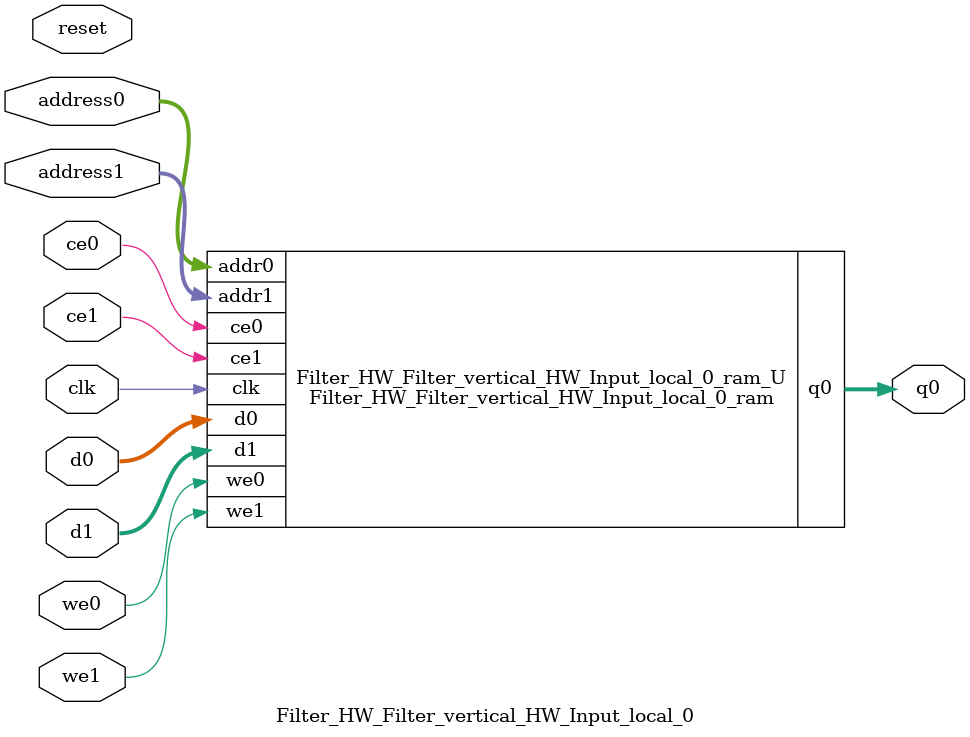
<source format=v>
`timescale 1 ns / 1 ps
module Filter_HW_Filter_vertical_HW_Input_local_0_ram (addr0, ce0, d0, we0, q0, addr1, ce1, d1, we1,  clk);

parameter DWIDTH = 8;
parameter AWIDTH = 9;
parameter MEM_SIZE = 474;

input[AWIDTH-1:0] addr0;
input ce0;
input[DWIDTH-1:0] d0;
input we0;
output reg[DWIDTH-1:0] q0;
input[AWIDTH-1:0] addr1;
input ce1;
input[DWIDTH-1:0] d1;
input we1;
input clk;

reg [DWIDTH-1:0] ram[0:MEM_SIZE-1];




always @(posedge clk)  
begin 
    if (ce0) begin
        if (we0) 
            ram[addr0] <= d0; 
        q0 <= ram[addr0];
    end
end


always @(posedge clk)  
begin 
    if (ce1) begin
        if (we1) 
            ram[addr1] <= d1; 
    end
end


endmodule

`timescale 1 ns / 1 ps
module Filter_HW_Filter_vertical_HW_Input_local_0(
    reset,
    clk,
    address0,
    ce0,
    we0,
    d0,
    q0,
    address1,
    ce1,
    we1,
    d1);

parameter DataWidth = 32'd8;
parameter AddressRange = 32'd474;
parameter AddressWidth = 32'd9;
input reset;
input clk;
input[AddressWidth - 1:0] address0;
input ce0;
input we0;
input[DataWidth - 1:0] d0;
output[DataWidth - 1:0] q0;
input[AddressWidth - 1:0] address1;
input ce1;
input we1;
input[DataWidth - 1:0] d1;



Filter_HW_Filter_vertical_HW_Input_local_0_ram Filter_HW_Filter_vertical_HW_Input_local_0_ram_U(
    .clk( clk ),
    .addr0( address0 ),
    .ce0( ce0 ),
    .we0( we0 ),
    .d0( d0 ),
    .q0( q0 ),
    .addr1( address1 ),
    .ce1( ce1 ),
    .we1( we1 ),
    .d1( d1 ));

endmodule


</source>
